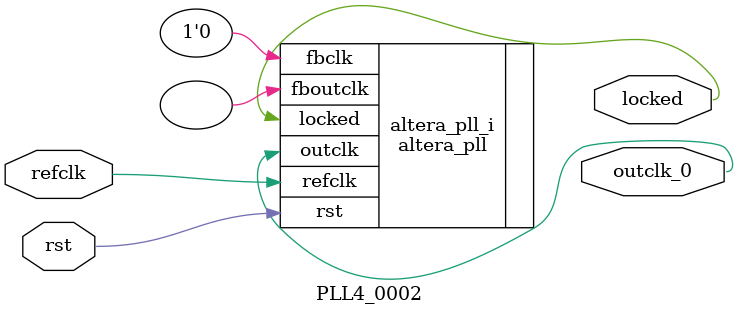
<source format=v>
`timescale 1ns/10ps
module  PLL4_0002(

	// interface 'refclk'
	input wire refclk,

	// interface 'reset'
	input wire rst,

	// interface 'outclk0'
	output wire outclk_0,

	// interface 'locked'
	output wire locked
);

	altera_pll #(
		.fractional_vco_multiplier("false"),
		.reference_clock_frequency("50.0 MHz"),
		.operation_mode("normal"),
		.number_of_clocks(1),
		.output_clock_frequency0("200.0 MHz"),
		.phase_shift0("0 ps"),
		.duty_cycle0(50),
		.output_clock_frequency1("0 MHz"),
		.phase_shift1("0 ps"),
		.duty_cycle1(50),
		.output_clock_frequency2("0 MHz"),
		.phase_shift2("0 ps"),
		.duty_cycle2(50),
		.output_clock_frequency3("0 MHz"),
		.phase_shift3("0 ps"),
		.duty_cycle3(50),
		.output_clock_frequency4("0 MHz"),
		.phase_shift4("0 ps"),
		.duty_cycle4(50),
		.output_clock_frequency5("0 MHz"),
		.phase_shift5("0 ps"),
		.duty_cycle5(50),
		.output_clock_frequency6("0 MHz"),
		.phase_shift6("0 ps"),
		.duty_cycle6(50),
		.output_clock_frequency7("0 MHz"),
		.phase_shift7("0 ps"),
		.duty_cycle7(50),
		.output_clock_frequency8("0 MHz"),
		.phase_shift8("0 ps"),
		.duty_cycle8(50),
		.output_clock_frequency9("0 MHz"),
		.phase_shift9("0 ps"),
		.duty_cycle9(50),
		.output_clock_frequency10("0 MHz"),
		.phase_shift10("0 ps"),
		.duty_cycle10(50),
		.output_clock_frequency11("0 MHz"),
		.phase_shift11("0 ps"),
		.duty_cycle11(50),
		.output_clock_frequency12("0 MHz"),
		.phase_shift12("0 ps"),
		.duty_cycle12(50),
		.output_clock_frequency13("0 MHz"),
		.phase_shift13("0 ps"),
		.duty_cycle13(50),
		.output_clock_frequency14("0 MHz"),
		.phase_shift14("0 ps"),
		.duty_cycle14(50),
		.output_clock_frequency15("0 MHz"),
		.phase_shift15("0 ps"),
		.duty_cycle15(50),
		.output_clock_frequency16("0 MHz"),
		.phase_shift16("0 ps"),
		.duty_cycle16(50),
		.output_clock_frequency17("0 MHz"),
		.phase_shift17("0 ps"),
		.duty_cycle17(50),
		.pll_type("General"),
		.pll_subtype("General")
	) altera_pll_i (
		.outclk	({outclk_0}),
		.locked	(locked),
		.fboutclk	( ),
		.fbclk	(1'b0),
		.rst	(rst),
		.refclk	(refclk)
	);
endmodule


</source>
